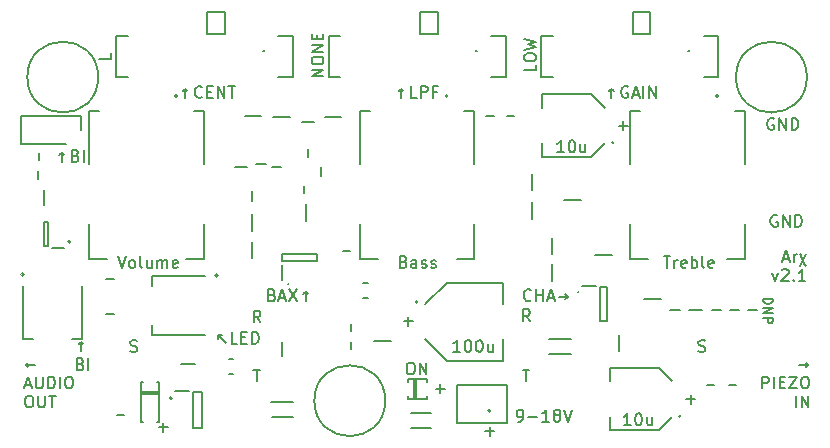
<source format=gto>
G04 #@! TF.GenerationSoftware,KiCad,Pcbnew,7.0.9*
G04 #@! TF.CreationDate,2023-12-08T15:58:03+01:00*
G04 #@! TF.ProjectId,2023_PiezoPreamp,32303233-5f50-4696-957a-6f507265616d,rev?*
G04 #@! TF.SameCoordinates,PX2625a00PY1c22260*
G04 #@! TF.FileFunction,Legend,Top*
G04 #@! TF.FilePolarity,Positive*
%FSLAX46Y46*%
G04 Gerber Fmt 4.6, Leading zero omitted, Abs format (unit mm)*
G04 Created by KiCad (PCBNEW 7.0.9) date 2023-12-08 15:58:03*
%MOMM*%
%LPD*%
G01*
G04 APERTURE LIST*
%ADD10C,0.200000*%
%ADD11C,0.160000*%
%ADD12C,0.170000*%
%ADD13C,0.120000*%
%ADD14C,0.350000*%
%ADD15C,0.100000*%
%ADD16R,1.000000X0.400000*%
%ADD17C,1.800000*%
%ADD18O,3.600000X4.000000*%
%ADD19O,3.500000X4.000000*%
%ADD20R,1.150000X0.600000*%
%ADD21R,1.200000X0.600000*%
%ADD22R,0.600000X1.200000*%
%ADD23R,2.800000X1.600000*%
%ADD24R,3.200000X1.600000*%
%ADD25R,0.800000X0.800000*%
%ADD26R,0.750000X1.200000*%
%ADD27R,1.150000X1.820000*%
%ADD28R,1.820000X1.150000*%
%ADD29R,1.470000X1.000000*%
%ADD30R,2.400000X1.800000*%
%ADD31R,2.400000X2.400000*%
%ADD32R,1.800000X2.400000*%
%ADD33C,5.500000*%
%ADD34R,1.150000X1.800000*%
%ADD35R,0.750000X0.940000*%
%ADD36R,0.940000X0.750000*%
%ADD37R,1.075000X0.500000*%
%ADD38C,1.000000*%
%ADD39R,1.070000X1.820000*%
%ADD40R,0.950000X0.800000*%
%ADD41R,0.800000X0.950000*%
%ADD42R,1.470000X0.970000*%
%ADD43C,1.400000*%
%ADD44R,0.970000X1.470000*%
%ADD45C,3.200000*%
%ADD46R,1.150000X1.150000*%
%ADD47R,1.820000X1.070000*%
%ADD48R,1.650000X1.650000*%
%ADD49C,1.650000*%
%ADD50R,0.900000X0.650000*%
%ADD51R,1.800000X1.150000*%
%ADD52R,0.650000X0.900000*%
%ADD53R,0.863600X0.965200*%
%ADD54O,2.800000X4.800000*%
%ADD55O,3.204000X2.004000*%
G04 APERTURE END LIST*
D10*
X7000000Y-4500000D02*
G75*
G03*
X7000000Y-4500000I-3000000J0D01*
G01*
X31300000Y-31900000D02*
G75*
G03*
X31300000Y-31900000I-3000000J0D01*
G01*
X67000000Y-4500000D02*
G75*
G03*
X67000000Y-4500000I-3000000J0D01*
G01*
X32650625Y-6267219D02*
X32650625Y-5505314D01*
X32460149Y-5695790D02*
X32650625Y-5505314D01*
X32650625Y-5505314D02*
X32841101Y-5695790D01*
X33983958Y-6267219D02*
X33507768Y-6267219D01*
X33507768Y-6267219D02*
X33507768Y-5267219D01*
X34317292Y-6267219D02*
X34317292Y-5267219D01*
X34317292Y-5267219D02*
X34698244Y-5267219D01*
X34698244Y-5267219D02*
X34793482Y-5314838D01*
X34793482Y-5314838D02*
X34841101Y-5362457D01*
X34841101Y-5362457D02*
X34888720Y-5457695D01*
X34888720Y-5457695D02*
X34888720Y-5600552D01*
X34888720Y-5600552D02*
X34841101Y-5695790D01*
X34841101Y-5695790D02*
X34793482Y-5743409D01*
X34793482Y-5743409D02*
X34698244Y-5791028D01*
X34698244Y-5791028D02*
X34317292Y-5791028D01*
X35650625Y-5743409D02*
X35317292Y-5743409D01*
X35317292Y-6267219D02*
X35317292Y-5267219D01*
X35317292Y-5267219D02*
X35793482Y-5267219D01*
X43541101Y-25167219D02*
X43207768Y-24691028D01*
X42969673Y-25167219D02*
X42969673Y-24167219D01*
X42969673Y-24167219D02*
X43350625Y-24167219D01*
X43350625Y-24167219D02*
X43445863Y-24214838D01*
X43445863Y-24214838D02*
X43493482Y-24262457D01*
X43493482Y-24262457D02*
X43541101Y-24357695D01*
X43541101Y-24357695D02*
X43541101Y-24500552D01*
X43541101Y-24500552D02*
X43493482Y-24595790D01*
X43493482Y-24595790D02*
X43445863Y-24643409D01*
X43445863Y-24643409D02*
X43350625Y-24691028D01*
X43350625Y-24691028D02*
X42969673Y-24691028D01*
X3900625Y-11667219D02*
X3900625Y-10905314D01*
X3710149Y-11095790D02*
X3900625Y-10905314D01*
X3900625Y-10905314D02*
X4091101Y-11095790D01*
X5091101Y-11143409D02*
X5233958Y-11191028D01*
X5233958Y-11191028D02*
X5281577Y-11238647D01*
X5281577Y-11238647D02*
X5329196Y-11333885D01*
X5329196Y-11333885D02*
X5329196Y-11476742D01*
X5329196Y-11476742D02*
X5281577Y-11571980D01*
X5281577Y-11571980D02*
X5233958Y-11619600D01*
X5233958Y-11619600D02*
X5138720Y-11667219D01*
X5138720Y-11667219D02*
X4757768Y-11667219D01*
X4757768Y-11667219D02*
X4757768Y-10667219D01*
X4757768Y-10667219D02*
X5091101Y-10667219D01*
X5091101Y-10667219D02*
X5186339Y-10714838D01*
X5186339Y-10714838D02*
X5233958Y-10762457D01*
X5233958Y-10762457D02*
X5281577Y-10857695D01*
X5281577Y-10857695D02*
X5281577Y-10952933D01*
X5281577Y-10952933D02*
X5233958Y-11048171D01*
X5233958Y-11048171D02*
X5186339Y-11095790D01*
X5186339Y-11095790D02*
X5091101Y-11143409D01*
X5091101Y-11143409D02*
X4757768Y-11143409D01*
X5757768Y-11667219D02*
X5757768Y-10667219D01*
X52093482Y-33967219D02*
X51522054Y-33967219D01*
X51807768Y-33967219D02*
X51807768Y-32967219D01*
X51807768Y-32967219D02*
X51712530Y-33110076D01*
X51712530Y-33110076D02*
X51617292Y-33205314D01*
X51617292Y-33205314D02*
X51522054Y-33252933D01*
X52712530Y-32967219D02*
X52807768Y-32967219D01*
X52807768Y-32967219D02*
X52903006Y-33014838D01*
X52903006Y-33014838D02*
X52950625Y-33062457D01*
X52950625Y-33062457D02*
X52998244Y-33157695D01*
X52998244Y-33157695D02*
X53045863Y-33348171D01*
X53045863Y-33348171D02*
X53045863Y-33586266D01*
X53045863Y-33586266D02*
X52998244Y-33776742D01*
X52998244Y-33776742D02*
X52950625Y-33871980D01*
X52950625Y-33871980D02*
X52903006Y-33919600D01*
X52903006Y-33919600D02*
X52807768Y-33967219D01*
X52807768Y-33967219D02*
X52712530Y-33967219D01*
X52712530Y-33967219D02*
X52617292Y-33919600D01*
X52617292Y-33919600D02*
X52569673Y-33871980D01*
X52569673Y-33871980D02*
X52522054Y-33776742D01*
X52522054Y-33776742D02*
X52474435Y-33586266D01*
X52474435Y-33586266D02*
X52474435Y-33348171D01*
X52474435Y-33348171D02*
X52522054Y-33157695D01*
X52522054Y-33157695D02*
X52569673Y-33062457D01*
X52569673Y-33062457D02*
X52617292Y-33014838D01*
X52617292Y-33014838D02*
X52712530Y-32967219D01*
X53903006Y-33300552D02*
X53903006Y-33967219D01*
X53474435Y-33300552D02*
X53474435Y-33824361D01*
X53474435Y-33824361D02*
X53522054Y-33919600D01*
X53522054Y-33919600D02*
X53617292Y-33967219D01*
X53617292Y-33967219D02*
X53760149Y-33967219D01*
X53760149Y-33967219D02*
X53855387Y-33919600D01*
X53855387Y-33919600D02*
X53903006Y-33871980D01*
X42926816Y-29267219D02*
X43498244Y-29267219D01*
X43212530Y-30267219D02*
X43212530Y-29267219D01*
X9722054Y-27719600D02*
X9864911Y-27767219D01*
X9864911Y-27767219D02*
X10103006Y-27767219D01*
X10103006Y-27767219D02*
X10198244Y-27719600D01*
X10198244Y-27719600D02*
X10245863Y-27671980D01*
X10245863Y-27671980D02*
X10293482Y-27576742D01*
X10293482Y-27576742D02*
X10293482Y-27481504D01*
X10293482Y-27481504D02*
X10245863Y-27386266D01*
X10245863Y-27386266D02*
X10198244Y-27338647D01*
X10198244Y-27338647D02*
X10103006Y-27291028D01*
X10103006Y-27291028D02*
X9912530Y-27243409D01*
X9912530Y-27243409D02*
X9817292Y-27195790D01*
X9817292Y-27195790D02*
X9769673Y-27148171D01*
X9769673Y-27148171D02*
X9722054Y-27052933D01*
X9722054Y-27052933D02*
X9722054Y-26957695D01*
X9722054Y-26957695D02*
X9769673Y-26862457D01*
X9769673Y-26862457D02*
X9817292Y-26814838D01*
X9817292Y-26814838D02*
X9912530Y-26767219D01*
X9912530Y-26767219D02*
X10150625Y-26767219D01*
X10150625Y-26767219D02*
X10293482Y-26814838D01*
X33360149Y-28667219D02*
X33550625Y-28667219D01*
X33550625Y-28667219D02*
X33645863Y-28714838D01*
X33645863Y-28714838D02*
X33741101Y-28810076D01*
X33741101Y-28810076D02*
X33788720Y-29000552D01*
X33788720Y-29000552D02*
X33788720Y-29333885D01*
X33788720Y-29333885D02*
X33741101Y-29524361D01*
X33741101Y-29524361D02*
X33645863Y-29619600D01*
X33645863Y-29619600D02*
X33550625Y-29667219D01*
X33550625Y-29667219D02*
X33360149Y-29667219D01*
X33360149Y-29667219D02*
X33264911Y-29619600D01*
X33264911Y-29619600D02*
X33169673Y-29524361D01*
X33169673Y-29524361D02*
X33122054Y-29333885D01*
X33122054Y-29333885D02*
X33122054Y-29000552D01*
X33122054Y-29000552D02*
X33169673Y-28810076D01*
X33169673Y-28810076D02*
X33264911Y-28714838D01*
X33264911Y-28714838D02*
X33360149Y-28667219D01*
X34217292Y-29667219D02*
X34217292Y-28667219D01*
X34217292Y-28667219D02*
X34788720Y-29667219D01*
X34788720Y-29667219D02*
X34788720Y-28667219D01*
X32853006Y-20143409D02*
X32995863Y-20191028D01*
X32995863Y-20191028D02*
X33043482Y-20238647D01*
X33043482Y-20238647D02*
X33091101Y-20333885D01*
X33091101Y-20333885D02*
X33091101Y-20476742D01*
X33091101Y-20476742D02*
X33043482Y-20571980D01*
X33043482Y-20571980D02*
X32995863Y-20619600D01*
X32995863Y-20619600D02*
X32900625Y-20667219D01*
X32900625Y-20667219D02*
X32519673Y-20667219D01*
X32519673Y-20667219D02*
X32519673Y-19667219D01*
X32519673Y-19667219D02*
X32853006Y-19667219D01*
X32853006Y-19667219D02*
X32948244Y-19714838D01*
X32948244Y-19714838D02*
X32995863Y-19762457D01*
X32995863Y-19762457D02*
X33043482Y-19857695D01*
X33043482Y-19857695D02*
X33043482Y-19952933D01*
X33043482Y-19952933D02*
X32995863Y-20048171D01*
X32995863Y-20048171D02*
X32948244Y-20095790D01*
X32948244Y-20095790D02*
X32853006Y-20143409D01*
X32853006Y-20143409D02*
X32519673Y-20143409D01*
X33948244Y-20667219D02*
X33948244Y-20143409D01*
X33948244Y-20143409D02*
X33900625Y-20048171D01*
X33900625Y-20048171D02*
X33805387Y-20000552D01*
X33805387Y-20000552D02*
X33614911Y-20000552D01*
X33614911Y-20000552D02*
X33519673Y-20048171D01*
X33948244Y-20619600D02*
X33853006Y-20667219D01*
X33853006Y-20667219D02*
X33614911Y-20667219D01*
X33614911Y-20667219D02*
X33519673Y-20619600D01*
X33519673Y-20619600D02*
X33472054Y-20524361D01*
X33472054Y-20524361D02*
X33472054Y-20429123D01*
X33472054Y-20429123D02*
X33519673Y-20333885D01*
X33519673Y-20333885D02*
X33614911Y-20286266D01*
X33614911Y-20286266D02*
X33853006Y-20286266D01*
X33853006Y-20286266D02*
X33948244Y-20238647D01*
X34376816Y-20619600D02*
X34472054Y-20667219D01*
X34472054Y-20667219D02*
X34662530Y-20667219D01*
X34662530Y-20667219D02*
X34757768Y-20619600D01*
X34757768Y-20619600D02*
X34805387Y-20524361D01*
X34805387Y-20524361D02*
X34805387Y-20476742D01*
X34805387Y-20476742D02*
X34757768Y-20381504D01*
X34757768Y-20381504D02*
X34662530Y-20333885D01*
X34662530Y-20333885D02*
X34519673Y-20333885D01*
X34519673Y-20333885D02*
X34424435Y-20286266D01*
X34424435Y-20286266D02*
X34376816Y-20191028D01*
X34376816Y-20191028D02*
X34376816Y-20143409D01*
X34376816Y-20143409D02*
X34424435Y-20048171D01*
X34424435Y-20048171D02*
X34519673Y-20000552D01*
X34519673Y-20000552D02*
X34662530Y-20000552D01*
X34662530Y-20000552D02*
X34757768Y-20048171D01*
X35186340Y-20619600D02*
X35281578Y-20667219D01*
X35281578Y-20667219D02*
X35472054Y-20667219D01*
X35472054Y-20667219D02*
X35567292Y-20619600D01*
X35567292Y-20619600D02*
X35614911Y-20524361D01*
X35614911Y-20524361D02*
X35614911Y-20476742D01*
X35614911Y-20476742D02*
X35567292Y-20381504D01*
X35567292Y-20381504D02*
X35472054Y-20333885D01*
X35472054Y-20333885D02*
X35329197Y-20333885D01*
X35329197Y-20333885D02*
X35233959Y-20286266D01*
X35233959Y-20286266D02*
X35186340Y-20191028D01*
X35186340Y-20191028D02*
X35186340Y-20143409D01*
X35186340Y-20143409D02*
X35233959Y-20048171D01*
X35233959Y-20048171D02*
X35329197Y-20000552D01*
X35329197Y-20000552D02*
X35472054Y-20000552D01*
X35472054Y-20000552D02*
X35567292Y-20048171D01*
X20741101Y-25267219D02*
X20407768Y-24791028D01*
X20169673Y-25267219D02*
X20169673Y-24267219D01*
X20169673Y-24267219D02*
X20550625Y-24267219D01*
X20550625Y-24267219D02*
X20645863Y-24314838D01*
X20645863Y-24314838D02*
X20693482Y-24362457D01*
X20693482Y-24362457D02*
X20741101Y-24457695D01*
X20741101Y-24457695D02*
X20741101Y-24600552D01*
X20741101Y-24600552D02*
X20693482Y-24695790D01*
X20693482Y-24695790D02*
X20645863Y-24743409D01*
X20645863Y-24743409D02*
X20550625Y-24791028D01*
X20550625Y-24791028D02*
X20169673Y-24791028D01*
X64973183Y-19871504D02*
X65449373Y-19871504D01*
X64877945Y-20157219D02*
X65211278Y-19157219D01*
X65211278Y-19157219D02*
X65544611Y-20157219D01*
X65877945Y-20157219D02*
X65877945Y-19490552D01*
X65877945Y-19681028D02*
X65925564Y-19585790D01*
X65925564Y-19585790D02*
X65973183Y-19538171D01*
X65973183Y-19538171D02*
X66068421Y-19490552D01*
X66068421Y-19490552D02*
X66163659Y-19490552D01*
X66925564Y-19490552D02*
X66401755Y-20490552D01*
X66401755Y-19490552D02*
X66496993Y-19538171D01*
X66496993Y-19538171D02*
X66544612Y-19633409D01*
X66544612Y-19633409D02*
X66782707Y-20347695D01*
X66782707Y-20347695D02*
X66830326Y-20442933D01*
X66830326Y-20442933D02*
X66925564Y-20490552D01*
X64068422Y-21100552D02*
X64306517Y-21767219D01*
X64306517Y-21767219D02*
X64544612Y-21100552D01*
X64877946Y-20862457D02*
X64925565Y-20814838D01*
X64925565Y-20814838D02*
X65020803Y-20767219D01*
X65020803Y-20767219D02*
X65258898Y-20767219D01*
X65258898Y-20767219D02*
X65354136Y-20814838D01*
X65354136Y-20814838D02*
X65401755Y-20862457D01*
X65401755Y-20862457D02*
X65449374Y-20957695D01*
X65449374Y-20957695D02*
X65449374Y-21052933D01*
X65449374Y-21052933D02*
X65401755Y-21195790D01*
X65401755Y-21195790D02*
X64830327Y-21767219D01*
X64830327Y-21767219D02*
X65449374Y-21767219D01*
X65877946Y-21671980D02*
X65925565Y-21719600D01*
X65925565Y-21719600D02*
X65877946Y-21767219D01*
X65877946Y-21767219D02*
X65830327Y-21719600D01*
X65830327Y-21719600D02*
X65877946Y-21671980D01*
X65877946Y-21671980D02*
X65877946Y-21767219D01*
X66877945Y-21767219D02*
X66306517Y-21767219D01*
X66592231Y-21767219D02*
X66592231Y-20767219D01*
X66592231Y-20767219D02*
X66496993Y-20910076D01*
X66496993Y-20910076D02*
X66401755Y-21005314D01*
X66401755Y-21005314D02*
X66306517Y-21052933D01*
X57822054Y-27719600D02*
X57964911Y-27767219D01*
X57964911Y-27767219D02*
X58203006Y-27767219D01*
X58203006Y-27767219D02*
X58298244Y-27719600D01*
X58298244Y-27719600D02*
X58345863Y-27671980D01*
X58345863Y-27671980D02*
X58393482Y-27576742D01*
X58393482Y-27576742D02*
X58393482Y-27481504D01*
X58393482Y-27481504D02*
X58345863Y-27386266D01*
X58345863Y-27386266D02*
X58298244Y-27338647D01*
X58298244Y-27338647D02*
X58203006Y-27291028D01*
X58203006Y-27291028D02*
X58012530Y-27243409D01*
X58012530Y-27243409D02*
X57917292Y-27195790D01*
X57917292Y-27195790D02*
X57869673Y-27148171D01*
X57869673Y-27148171D02*
X57822054Y-27052933D01*
X57822054Y-27052933D02*
X57822054Y-26957695D01*
X57822054Y-26957695D02*
X57869673Y-26862457D01*
X57869673Y-26862457D02*
X57917292Y-26814838D01*
X57917292Y-26814838D02*
X58012530Y-26767219D01*
X58012530Y-26767219D02*
X58250625Y-26767219D01*
X58250625Y-26767219D02*
X58393482Y-26814838D01*
X44067219Y-3454136D02*
X44067219Y-3930326D01*
X44067219Y-3930326D02*
X43067219Y-3930326D01*
X43067219Y-2930326D02*
X43067219Y-2739850D01*
X43067219Y-2739850D02*
X43114838Y-2644612D01*
X43114838Y-2644612D02*
X43210076Y-2549374D01*
X43210076Y-2549374D02*
X43400552Y-2501755D01*
X43400552Y-2501755D02*
X43733885Y-2501755D01*
X43733885Y-2501755D02*
X43924361Y-2549374D01*
X43924361Y-2549374D02*
X44019600Y-2644612D01*
X44019600Y-2644612D02*
X44067219Y-2739850D01*
X44067219Y-2739850D02*
X44067219Y-2930326D01*
X44067219Y-2930326D02*
X44019600Y-3025564D01*
X44019600Y-3025564D02*
X43924361Y-3120802D01*
X43924361Y-3120802D02*
X43733885Y-3168421D01*
X43733885Y-3168421D02*
X43400552Y-3168421D01*
X43400552Y-3168421D02*
X43210076Y-3120802D01*
X43210076Y-3120802D02*
X43114838Y-3025564D01*
X43114838Y-3025564D02*
X43067219Y-2930326D01*
X43067219Y-2168421D02*
X44067219Y-1930326D01*
X44067219Y-1930326D02*
X43352933Y-1739850D01*
X43352933Y-1739850D02*
X44067219Y-1549374D01*
X44067219Y-1549374D02*
X43067219Y-1311279D01*
X26067219Y-4430326D02*
X25067219Y-4430326D01*
X25067219Y-4430326D02*
X26067219Y-3858898D01*
X26067219Y-3858898D02*
X25067219Y-3858898D01*
X25067219Y-3192231D02*
X25067219Y-3001755D01*
X25067219Y-3001755D02*
X25114838Y-2906517D01*
X25114838Y-2906517D02*
X25210076Y-2811279D01*
X25210076Y-2811279D02*
X25400552Y-2763660D01*
X25400552Y-2763660D02*
X25733885Y-2763660D01*
X25733885Y-2763660D02*
X25924361Y-2811279D01*
X25924361Y-2811279D02*
X26019600Y-2906517D01*
X26019600Y-2906517D02*
X26067219Y-3001755D01*
X26067219Y-3001755D02*
X26067219Y-3192231D01*
X26067219Y-3192231D02*
X26019600Y-3287469D01*
X26019600Y-3287469D02*
X25924361Y-3382707D01*
X25924361Y-3382707D02*
X25733885Y-3430326D01*
X25733885Y-3430326D02*
X25400552Y-3430326D01*
X25400552Y-3430326D02*
X25210076Y-3382707D01*
X25210076Y-3382707D02*
X25114838Y-3287469D01*
X25114838Y-3287469D02*
X25067219Y-3192231D01*
X26067219Y-2335088D02*
X25067219Y-2335088D01*
X25067219Y-2335088D02*
X26067219Y-1763660D01*
X26067219Y-1763660D02*
X25067219Y-1763660D01*
X25543409Y-1287469D02*
X25543409Y-954136D01*
X26067219Y-811279D02*
X26067219Y-1287469D01*
X26067219Y-1287469D02*
X25067219Y-1287469D01*
X25067219Y-1287469D02*
X25067219Y-811279D01*
X5550625Y-27707219D02*
X5550625Y-26945314D01*
X5360149Y-27135790D02*
X5550625Y-26945314D01*
X5550625Y-26945314D02*
X5741101Y-27135790D01*
X5503006Y-28793409D02*
X5645863Y-28841028D01*
X5645863Y-28841028D02*
X5693482Y-28888647D01*
X5693482Y-28888647D02*
X5741101Y-28983885D01*
X5741101Y-28983885D02*
X5741101Y-29126742D01*
X5741101Y-29126742D02*
X5693482Y-29221980D01*
X5693482Y-29221980D02*
X5645863Y-29269600D01*
X5645863Y-29269600D02*
X5550625Y-29317219D01*
X5550625Y-29317219D02*
X5169673Y-29317219D01*
X5169673Y-29317219D02*
X5169673Y-28317219D01*
X5169673Y-28317219D02*
X5503006Y-28317219D01*
X5503006Y-28317219D02*
X5598244Y-28364838D01*
X5598244Y-28364838D02*
X5645863Y-28412457D01*
X5645863Y-28412457D02*
X5693482Y-28507695D01*
X5693482Y-28507695D02*
X5693482Y-28602933D01*
X5693482Y-28602933D02*
X5645863Y-28698171D01*
X5645863Y-28698171D02*
X5598244Y-28745790D01*
X5598244Y-28745790D02*
X5503006Y-28793409D01*
X5503006Y-28793409D02*
X5169673Y-28793409D01*
X6169673Y-29317219D02*
X6169673Y-28317219D01*
X64493482Y-16214838D02*
X64398244Y-16167219D01*
X64398244Y-16167219D02*
X64255387Y-16167219D01*
X64255387Y-16167219D02*
X64112530Y-16214838D01*
X64112530Y-16214838D02*
X64017292Y-16310076D01*
X64017292Y-16310076D02*
X63969673Y-16405314D01*
X63969673Y-16405314D02*
X63922054Y-16595790D01*
X63922054Y-16595790D02*
X63922054Y-16738647D01*
X63922054Y-16738647D02*
X63969673Y-16929123D01*
X63969673Y-16929123D02*
X64017292Y-17024361D01*
X64017292Y-17024361D02*
X64112530Y-17119600D01*
X64112530Y-17119600D02*
X64255387Y-17167219D01*
X64255387Y-17167219D02*
X64350625Y-17167219D01*
X64350625Y-17167219D02*
X64493482Y-17119600D01*
X64493482Y-17119600D02*
X64541101Y-17071980D01*
X64541101Y-17071980D02*
X64541101Y-16738647D01*
X64541101Y-16738647D02*
X64350625Y-16738647D01*
X64969673Y-17167219D02*
X64969673Y-16167219D01*
X64969673Y-16167219D02*
X65541101Y-17167219D01*
X65541101Y-17167219D02*
X65541101Y-16167219D01*
X66017292Y-17167219D02*
X66017292Y-16167219D01*
X66017292Y-16167219D02*
X66255387Y-16167219D01*
X66255387Y-16167219D02*
X66398244Y-16214838D01*
X66398244Y-16214838D02*
X66493482Y-16310076D01*
X66493482Y-16310076D02*
X66541101Y-16405314D01*
X66541101Y-16405314D02*
X66588720Y-16595790D01*
X66588720Y-16595790D02*
X66588720Y-16738647D01*
X66588720Y-16738647D02*
X66541101Y-16929123D01*
X66541101Y-16929123D02*
X66493482Y-17024361D01*
X66493482Y-17024361D02*
X66398244Y-17119600D01*
X66398244Y-17119600D02*
X66255387Y-17167219D01*
X66255387Y-17167219D02*
X66017292Y-17167219D01*
X8676816Y-19667219D02*
X9010149Y-20667219D01*
X9010149Y-20667219D02*
X9343482Y-19667219D01*
X9819673Y-20667219D02*
X9724435Y-20619600D01*
X9724435Y-20619600D02*
X9676816Y-20571980D01*
X9676816Y-20571980D02*
X9629197Y-20476742D01*
X9629197Y-20476742D02*
X9629197Y-20191028D01*
X9629197Y-20191028D02*
X9676816Y-20095790D01*
X9676816Y-20095790D02*
X9724435Y-20048171D01*
X9724435Y-20048171D02*
X9819673Y-20000552D01*
X9819673Y-20000552D02*
X9962530Y-20000552D01*
X9962530Y-20000552D02*
X10057768Y-20048171D01*
X10057768Y-20048171D02*
X10105387Y-20095790D01*
X10105387Y-20095790D02*
X10153006Y-20191028D01*
X10153006Y-20191028D02*
X10153006Y-20476742D01*
X10153006Y-20476742D02*
X10105387Y-20571980D01*
X10105387Y-20571980D02*
X10057768Y-20619600D01*
X10057768Y-20619600D02*
X9962530Y-20667219D01*
X9962530Y-20667219D02*
X9819673Y-20667219D01*
X10724435Y-20667219D02*
X10629197Y-20619600D01*
X10629197Y-20619600D02*
X10581578Y-20524361D01*
X10581578Y-20524361D02*
X10581578Y-19667219D01*
X11533959Y-20000552D02*
X11533959Y-20667219D01*
X11105388Y-20000552D02*
X11105388Y-20524361D01*
X11105388Y-20524361D02*
X11153007Y-20619600D01*
X11153007Y-20619600D02*
X11248245Y-20667219D01*
X11248245Y-20667219D02*
X11391102Y-20667219D01*
X11391102Y-20667219D02*
X11486340Y-20619600D01*
X11486340Y-20619600D02*
X11533959Y-20571980D01*
X12010150Y-20667219D02*
X12010150Y-20000552D01*
X12010150Y-20095790D02*
X12057769Y-20048171D01*
X12057769Y-20048171D02*
X12153007Y-20000552D01*
X12153007Y-20000552D02*
X12295864Y-20000552D01*
X12295864Y-20000552D02*
X12391102Y-20048171D01*
X12391102Y-20048171D02*
X12438721Y-20143409D01*
X12438721Y-20143409D02*
X12438721Y-20667219D01*
X12438721Y-20143409D02*
X12486340Y-20048171D01*
X12486340Y-20048171D02*
X12581578Y-20000552D01*
X12581578Y-20000552D02*
X12724435Y-20000552D01*
X12724435Y-20000552D02*
X12819674Y-20048171D01*
X12819674Y-20048171D02*
X12867293Y-20143409D01*
X12867293Y-20143409D02*
X12867293Y-20667219D01*
X13724435Y-20619600D02*
X13629197Y-20667219D01*
X13629197Y-20667219D02*
X13438721Y-20667219D01*
X13438721Y-20667219D02*
X13343483Y-20619600D01*
X13343483Y-20619600D02*
X13295864Y-20524361D01*
X13295864Y-20524361D02*
X13295864Y-20143409D01*
X13295864Y-20143409D02*
X13343483Y-20048171D01*
X13343483Y-20048171D02*
X13438721Y-20000552D01*
X13438721Y-20000552D02*
X13629197Y-20000552D01*
X13629197Y-20000552D02*
X13724435Y-20048171D01*
X13724435Y-20048171D02*
X13772054Y-20143409D01*
X13772054Y-20143409D02*
X13772054Y-20238647D01*
X13772054Y-20238647D02*
X13295864Y-20333885D01*
X50450625Y-6267219D02*
X50450625Y-5505314D01*
X50260149Y-5695790D02*
X50450625Y-5505314D01*
X50450625Y-5505314D02*
X50641101Y-5695790D01*
X51831577Y-5314838D02*
X51736339Y-5267219D01*
X51736339Y-5267219D02*
X51593482Y-5267219D01*
X51593482Y-5267219D02*
X51450625Y-5314838D01*
X51450625Y-5314838D02*
X51355387Y-5410076D01*
X51355387Y-5410076D02*
X51307768Y-5505314D01*
X51307768Y-5505314D02*
X51260149Y-5695790D01*
X51260149Y-5695790D02*
X51260149Y-5838647D01*
X51260149Y-5838647D02*
X51307768Y-6029123D01*
X51307768Y-6029123D02*
X51355387Y-6124361D01*
X51355387Y-6124361D02*
X51450625Y-6219600D01*
X51450625Y-6219600D02*
X51593482Y-6267219D01*
X51593482Y-6267219D02*
X51688720Y-6267219D01*
X51688720Y-6267219D02*
X51831577Y-6219600D01*
X51831577Y-6219600D02*
X51879196Y-6171980D01*
X51879196Y-6171980D02*
X51879196Y-5838647D01*
X51879196Y-5838647D02*
X51688720Y-5838647D01*
X52260149Y-5981504D02*
X52736339Y-5981504D01*
X52164911Y-6267219D02*
X52498244Y-5267219D01*
X52498244Y-5267219D02*
X52831577Y-6267219D01*
X53164911Y-6267219D02*
X53164911Y-5267219D01*
X53641101Y-6267219D02*
X53641101Y-5267219D01*
X53641101Y-5267219D02*
X54212529Y-6267219D01*
X54212529Y-6267219D02*
X54212529Y-5267219D01*
X17117292Y-26352933D02*
X17783958Y-27019600D01*
X17450625Y-26352933D02*
X17117292Y-26352933D01*
X17117292Y-26352933D02*
X17117292Y-26686266D01*
X18783958Y-27067219D02*
X18307768Y-27067219D01*
X18307768Y-27067219D02*
X18307768Y-26067219D01*
X19117292Y-26543409D02*
X19450625Y-26543409D01*
X19593482Y-27067219D02*
X19117292Y-27067219D01*
X19117292Y-27067219D02*
X19117292Y-26067219D01*
X19117292Y-26067219D02*
X19593482Y-26067219D01*
X20022054Y-27067219D02*
X20022054Y-26067219D01*
X20022054Y-26067219D02*
X20260149Y-26067219D01*
X20260149Y-26067219D02*
X20403006Y-26114838D01*
X20403006Y-26114838D02*
X20498244Y-26210076D01*
X20498244Y-26210076D02*
X20545863Y-26305314D01*
X20545863Y-26305314D02*
X20593482Y-26495790D01*
X20593482Y-26495790D02*
X20593482Y-26638647D01*
X20593482Y-26638647D02*
X20545863Y-26829123D01*
X20545863Y-26829123D02*
X20498244Y-26924361D01*
X20498244Y-26924361D02*
X20403006Y-27019600D01*
X20403006Y-27019600D02*
X20260149Y-27067219D01*
X20260149Y-27067219D02*
X20022054Y-27067219D01*
X39769673Y-34486266D02*
X40531578Y-34486266D01*
X40150625Y-34867219D02*
X40150625Y-34105314D01*
X42517292Y-33667219D02*
X42707768Y-33667219D01*
X42707768Y-33667219D02*
X42803006Y-33619600D01*
X42803006Y-33619600D02*
X42850625Y-33571980D01*
X42850625Y-33571980D02*
X42945863Y-33429123D01*
X42945863Y-33429123D02*
X42993482Y-33238647D01*
X42993482Y-33238647D02*
X42993482Y-32857695D01*
X42993482Y-32857695D02*
X42945863Y-32762457D01*
X42945863Y-32762457D02*
X42898244Y-32714838D01*
X42898244Y-32714838D02*
X42803006Y-32667219D01*
X42803006Y-32667219D02*
X42612530Y-32667219D01*
X42612530Y-32667219D02*
X42517292Y-32714838D01*
X42517292Y-32714838D02*
X42469673Y-32762457D01*
X42469673Y-32762457D02*
X42422054Y-32857695D01*
X42422054Y-32857695D02*
X42422054Y-33095790D01*
X42422054Y-33095790D02*
X42469673Y-33191028D01*
X42469673Y-33191028D02*
X42517292Y-33238647D01*
X42517292Y-33238647D02*
X42612530Y-33286266D01*
X42612530Y-33286266D02*
X42803006Y-33286266D01*
X42803006Y-33286266D02*
X42898244Y-33238647D01*
X42898244Y-33238647D02*
X42945863Y-33191028D01*
X42945863Y-33191028D02*
X42993482Y-33095790D01*
X43422054Y-33286266D02*
X44183959Y-33286266D01*
X45183958Y-33667219D02*
X44612530Y-33667219D01*
X44898244Y-33667219D02*
X44898244Y-32667219D01*
X44898244Y-32667219D02*
X44803006Y-32810076D01*
X44803006Y-32810076D02*
X44707768Y-32905314D01*
X44707768Y-32905314D02*
X44612530Y-32952933D01*
X45755387Y-33095790D02*
X45660149Y-33048171D01*
X45660149Y-33048171D02*
X45612530Y-33000552D01*
X45612530Y-33000552D02*
X45564911Y-32905314D01*
X45564911Y-32905314D02*
X45564911Y-32857695D01*
X45564911Y-32857695D02*
X45612530Y-32762457D01*
X45612530Y-32762457D02*
X45660149Y-32714838D01*
X45660149Y-32714838D02*
X45755387Y-32667219D01*
X45755387Y-32667219D02*
X45945863Y-32667219D01*
X45945863Y-32667219D02*
X46041101Y-32714838D01*
X46041101Y-32714838D02*
X46088720Y-32762457D01*
X46088720Y-32762457D02*
X46136339Y-32857695D01*
X46136339Y-32857695D02*
X46136339Y-32905314D01*
X46136339Y-32905314D02*
X46088720Y-33000552D01*
X46088720Y-33000552D02*
X46041101Y-33048171D01*
X46041101Y-33048171D02*
X45945863Y-33095790D01*
X45945863Y-33095790D02*
X45755387Y-33095790D01*
X45755387Y-33095790D02*
X45660149Y-33143409D01*
X45660149Y-33143409D02*
X45612530Y-33191028D01*
X45612530Y-33191028D02*
X45564911Y-33286266D01*
X45564911Y-33286266D02*
X45564911Y-33476742D01*
X45564911Y-33476742D02*
X45612530Y-33571980D01*
X45612530Y-33571980D02*
X45660149Y-33619600D01*
X45660149Y-33619600D02*
X45755387Y-33667219D01*
X45755387Y-33667219D02*
X45945863Y-33667219D01*
X45945863Y-33667219D02*
X46041101Y-33619600D01*
X46041101Y-33619600D02*
X46088720Y-33571980D01*
X46088720Y-33571980D02*
X46136339Y-33476742D01*
X46136339Y-33476742D02*
X46136339Y-33286266D01*
X46136339Y-33286266D02*
X46088720Y-33191028D01*
X46088720Y-33191028D02*
X46041101Y-33143409D01*
X46041101Y-33143409D02*
X45945863Y-33095790D01*
X46422054Y-32667219D02*
X46755387Y-33667219D01*
X46755387Y-33667219D02*
X47088720Y-32667219D01*
X66368422Y-28866266D02*
X67130327Y-28866266D01*
X66939850Y-29056742D02*
X67130327Y-28866266D01*
X67130327Y-28866266D02*
X66939850Y-28675790D01*
X63225565Y-30857219D02*
X63225565Y-29857219D01*
X63225565Y-29857219D02*
X63606517Y-29857219D01*
X63606517Y-29857219D02*
X63701755Y-29904838D01*
X63701755Y-29904838D02*
X63749374Y-29952457D01*
X63749374Y-29952457D02*
X63796993Y-30047695D01*
X63796993Y-30047695D02*
X63796993Y-30190552D01*
X63796993Y-30190552D02*
X63749374Y-30285790D01*
X63749374Y-30285790D02*
X63701755Y-30333409D01*
X63701755Y-30333409D02*
X63606517Y-30381028D01*
X63606517Y-30381028D02*
X63225565Y-30381028D01*
X64225565Y-30857219D02*
X64225565Y-29857219D01*
X64701755Y-30333409D02*
X65035088Y-30333409D01*
X65177945Y-30857219D02*
X64701755Y-30857219D01*
X64701755Y-30857219D02*
X64701755Y-29857219D01*
X64701755Y-29857219D02*
X65177945Y-29857219D01*
X65511279Y-29857219D02*
X66177945Y-29857219D01*
X66177945Y-29857219D02*
X65511279Y-30857219D01*
X65511279Y-30857219D02*
X66177945Y-30857219D01*
X66749374Y-29857219D02*
X66939850Y-29857219D01*
X66939850Y-29857219D02*
X67035088Y-29904838D01*
X67035088Y-29904838D02*
X67130326Y-30000076D01*
X67130326Y-30000076D02*
X67177945Y-30190552D01*
X67177945Y-30190552D02*
X67177945Y-30523885D01*
X67177945Y-30523885D02*
X67130326Y-30714361D01*
X67130326Y-30714361D02*
X67035088Y-30809600D01*
X67035088Y-30809600D02*
X66939850Y-30857219D01*
X66939850Y-30857219D02*
X66749374Y-30857219D01*
X66749374Y-30857219D02*
X66654136Y-30809600D01*
X66654136Y-30809600D02*
X66558898Y-30714361D01*
X66558898Y-30714361D02*
X66511279Y-30523885D01*
X66511279Y-30523885D02*
X66511279Y-30190552D01*
X66511279Y-30190552D02*
X66558898Y-30000076D01*
X66558898Y-30000076D02*
X66654136Y-29904838D01*
X66654136Y-29904838D02*
X66749374Y-29857219D01*
X66082708Y-32467219D02*
X66082708Y-31467219D01*
X66558898Y-32467219D02*
X66558898Y-31467219D01*
X66558898Y-31467219D02*
X67130326Y-32467219D01*
X67130326Y-32467219D02*
X67130326Y-31467219D01*
X20126816Y-29267219D02*
X20698244Y-29267219D01*
X20412530Y-30267219D02*
X20412530Y-29267219D01*
X46443482Y-10867219D02*
X45872054Y-10867219D01*
X46157768Y-10867219D02*
X46157768Y-9867219D01*
X46157768Y-9867219D02*
X46062530Y-10010076D01*
X46062530Y-10010076D02*
X45967292Y-10105314D01*
X45967292Y-10105314D02*
X45872054Y-10152933D01*
X47062530Y-9867219D02*
X47157768Y-9867219D01*
X47157768Y-9867219D02*
X47253006Y-9914838D01*
X47253006Y-9914838D02*
X47300625Y-9962457D01*
X47300625Y-9962457D02*
X47348244Y-10057695D01*
X47348244Y-10057695D02*
X47395863Y-10248171D01*
X47395863Y-10248171D02*
X47395863Y-10486266D01*
X47395863Y-10486266D02*
X47348244Y-10676742D01*
X47348244Y-10676742D02*
X47300625Y-10771980D01*
X47300625Y-10771980D02*
X47253006Y-10819600D01*
X47253006Y-10819600D02*
X47157768Y-10867219D01*
X47157768Y-10867219D02*
X47062530Y-10867219D01*
X47062530Y-10867219D02*
X46967292Y-10819600D01*
X46967292Y-10819600D02*
X46919673Y-10771980D01*
X46919673Y-10771980D02*
X46872054Y-10676742D01*
X46872054Y-10676742D02*
X46824435Y-10486266D01*
X46824435Y-10486266D02*
X46824435Y-10248171D01*
X46824435Y-10248171D02*
X46872054Y-10057695D01*
X46872054Y-10057695D02*
X46919673Y-9962457D01*
X46919673Y-9962457D02*
X46967292Y-9914838D01*
X46967292Y-9914838D02*
X47062530Y-9867219D01*
X48253006Y-10200552D02*
X48253006Y-10867219D01*
X47824435Y-10200552D02*
X47824435Y-10724361D01*
X47824435Y-10724361D02*
X47872054Y-10819600D01*
X47872054Y-10819600D02*
X47967292Y-10867219D01*
X47967292Y-10867219D02*
X48110149Y-10867219D01*
X48110149Y-10867219D02*
X48205387Y-10819600D01*
X48205387Y-10819600D02*
X48253006Y-10771980D01*
D11*
X63306224Y-23245739D02*
X64106224Y-23245739D01*
X64106224Y-23245739D02*
X64106224Y-23436215D01*
X64106224Y-23436215D02*
X64068129Y-23550501D01*
X64068129Y-23550501D02*
X63991939Y-23626691D01*
X63991939Y-23626691D02*
X63915748Y-23664786D01*
X63915748Y-23664786D02*
X63763367Y-23702882D01*
X63763367Y-23702882D02*
X63649081Y-23702882D01*
X63649081Y-23702882D02*
X63496700Y-23664786D01*
X63496700Y-23664786D02*
X63420510Y-23626691D01*
X63420510Y-23626691D02*
X63344320Y-23550501D01*
X63344320Y-23550501D02*
X63306224Y-23436215D01*
X63306224Y-23436215D02*
X63306224Y-23245739D01*
X63306224Y-24045739D02*
X64106224Y-24045739D01*
X64106224Y-24045739D02*
X63306224Y-24502882D01*
X63306224Y-24502882D02*
X64106224Y-24502882D01*
X63306224Y-24883834D02*
X64106224Y-24883834D01*
X64106224Y-24883834D02*
X64106224Y-25188596D01*
X64106224Y-25188596D02*
X64068129Y-25264786D01*
X64068129Y-25264786D02*
X64030034Y-25302881D01*
X64030034Y-25302881D02*
X63953843Y-25340977D01*
X63953843Y-25340977D02*
X63839558Y-25340977D01*
X63839558Y-25340977D02*
X63763367Y-25302881D01*
X63763367Y-25302881D02*
X63725272Y-25264786D01*
X63725272Y-25264786D02*
X63687177Y-25188596D01*
X63687177Y-25188596D02*
X63687177Y-24883834D01*
D10*
X1631578Y-28866266D02*
X869673Y-28866266D01*
X1060149Y-29056742D02*
X869673Y-28866266D01*
X869673Y-28866266D02*
X1060149Y-28675790D01*
X822054Y-30571504D02*
X1298244Y-30571504D01*
X726816Y-30857219D02*
X1060149Y-29857219D01*
X1060149Y-29857219D02*
X1393482Y-30857219D01*
X1726816Y-29857219D02*
X1726816Y-30666742D01*
X1726816Y-30666742D02*
X1774435Y-30761980D01*
X1774435Y-30761980D02*
X1822054Y-30809600D01*
X1822054Y-30809600D02*
X1917292Y-30857219D01*
X1917292Y-30857219D02*
X2107768Y-30857219D01*
X2107768Y-30857219D02*
X2203006Y-30809600D01*
X2203006Y-30809600D02*
X2250625Y-30761980D01*
X2250625Y-30761980D02*
X2298244Y-30666742D01*
X2298244Y-30666742D02*
X2298244Y-29857219D01*
X2774435Y-30857219D02*
X2774435Y-29857219D01*
X2774435Y-29857219D02*
X3012530Y-29857219D01*
X3012530Y-29857219D02*
X3155387Y-29904838D01*
X3155387Y-29904838D02*
X3250625Y-30000076D01*
X3250625Y-30000076D02*
X3298244Y-30095314D01*
X3298244Y-30095314D02*
X3345863Y-30285790D01*
X3345863Y-30285790D02*
X3345863Y-30428647D01*
X3345863Y-30428647D02*
X3298244Y-30619123D01*
X3298244Y-30619123D02*
X3250625Y-30714361D01*
X3250625Y-30714361D02*
X3155387Y-30809600D01*
X3155387Y-30809600D02*
X3012530Y-30857219D01*
X3012530Y-30857219D02*
X2774435Y-30857219D01*
X3774435Y-30857219D02*
X3774435Y-29857219D01*
X4441101Y-29857219D02*
X4631577Y-29857219D01*
X4631577Y-29857219D02*
X4726815Y-29904838D01*
X4726815Y-29904838D02*
X4822053Y-30000076D01*
X4822053Y-30000076D02*
X4869672Y-30190552D01*
X4869672Y-30190552D02*
X4869672Y-30523885D01*
X4869672Y-30523885D02*
X4822053Y-30714361D01*
X4822053Y-30714361D02*
X4726815Y-30809600D01*
X4726815Y-30809600D02*
X4631577Y-30857219D01*
X4631577Y-30857219D02*
X4441101Y-30857219D01*
X4441101Y-30857219D02*
X4345863Y-30809600D01*
X4345863Y-30809600D02*
X4250625Y-30714361D01*
X4250625Y-30714361D02*
X4203006Y-30523885D01*
X4203006Y-30523885D02*
X4203006Y-30190552D01*
X4203006Y-30190552D02*
X4250625Y-30000076D01*
X4250625Y-30000076D02*
X4345863Y-29904838D01*
X4345863Y-29904838D02*
X4441101Y-29857219D01*
X1060149Y-31467219D02*
X1250625Y-31467219D01*
X1250625Y-31467219D02*
X1345863Y-31514838D01*
X1345863Y-31514838D02*
X1441101Y-31610076D01*
X1441101Y-31610076D02*
X1488720Y-31800552D01*
X1488720Y-31800552D02*
X1488720Y-32133885D01*
X1488720Y-32133885D02*
X1441101Y-32324361D01*
X1441101Y-32324361D02*
X1345863Y-32419600D01*
X1345863Y-32419600D02*
X1250625Y-32467219D01*
X1250625Y-32467219D02*
X1060149Y-32467219D01*
X1060149Y-32467219D02*
X964911Y-32419600D01*
X964911Y-32419600D02*
X869673Y-32324361D01*
X869673Y-32324361D02*
X822054Y-32133885D01*
X822054Y-32133885D02*
X822054Y-31800552D01*
X822054Y-31800552D02*
X869673Y-31610076D01*
X869673Y-31610076D02*
X964911Y-31514838D01*
X964911Y-31514838D02*
X1060149Y-31467219D01*
X1917292Y-31467219D02*
X1917292Y-32276742D01*
X1917292Y-32276742D02*
X1964911Y-32371980D01*
X1964911Y-32371980D02*
X2012530Y-32419600D01*
X2012530Y-32419600D02*
X2107768Y-32467219D01*
X2107768Y-32467219D02*
X2298244Y-32467219D01*
X2298244Y-32467219D02*
X2393482Y-32419600D01*
X2393482Y-32419600D02*
X2441101Y-32371980D01*
X2441101Y-32371980D02*
X2488720Y-32276742D01*
X2488720Y-32276742D02*
X2488720Y-31467219D01*
X2822054Y-31467219D02*
X3393482Y-31467219D01*
X3107768Y-32467219D02*
X3107768Y-31467219D01*
X21703006Y-22943409D02*
X21845863Y-22991028D01*
X21845863Y-22991028D02*
X21893482Y-23038647D01*
X21893482Y-23038647D02*
X21941101Y-23133885D01*
X21941101Y-23133885D02*
X21941101Y-23276742D01*
X21941101Y-23276742D02*
X21893482Y-23371980D01*
X21893482Y-23371980D02*
X21845863Y-23419600D01*
X21845863Y-23419600D02*
X21750625Y-23467219D01*
X21750625Y-23467219D02*
X21369673Y-23467219D01*
X21369673Y-23467219D02*
X21369673Y-22467219D01*
X21369673Y-22467219D02*
X21703006Y-22467219D01*
X21703006Y-22467219D02*
X21798244Y-22514838D01*
X21798244Y-22514838D02*
X21845863Y-22562457D01*
X21845863Y-22562457D02*
X21893482Y-22657695D01*
X21893482Y-22657695D02*
X21893482Y-22752933D01*
X21893482Y-22752933D02*
X21845863Y-22848171D01*
X21845863Y-22848171D02*
X21798244Y-22895790D01*
X21798244Y-22895790D02*
X21703006Y-22943409D01*
X21703006Y-22943409D02*
X21369673Y-22943409D01*
X22322054Y-23181504D02*
X22798244Y-23181504D01*
X22226816Y-23467219D02*
X22560149Y-22467219D01*
X22560149Y-22467219D02*
X22893482Y-23467219D01*
X23131578Y-22467219D02*
X23798244Y-23467219D01*
X23798244Y-22467219D02*
X23131578Y-23467219D01*
X24560149Y-23467219D02*
X24560149Y-22705314D01*
X24369673Y-22895790D02*
X24560149Y-22705314D01*
X24560149Y-22705314D02*
X24750625Y-22895790D01*
X64193482Y-8014838D02*
X64098244Y-7967219D01*
X64098244Y-7967219D02*
X63955387Y-7967219D01*
X63955387Y-7967219D02*
X63812530Y-8014838D01*
X63812530Y-8014838D02*
X63717292Y-8110076D01*
X63717292Y-8110076D02*
X63669673Y-8205314D01*
X63669673Y-8205314D02*
X63622054Y-8395790D01*
X63622054Y-8395790D02*
X63622054Y-8538647D01*
X63622054Y-8538647D02*
X63669673Y-8729123D01*
X63669673Y-8729123D02*
X63717292Y-8824361D01*
X63717292Y-8824361D02*
X63812530Y-8919600D01*
X63812530Y-8919600D02*
X63955387Y-8967219D01*
X63955387Y-8967219D02*
X64050625Y-8967219D01*
X64050625Y-8967219D02*
X64193482Y-8919600D01*
X64193482Y-8919600D02*
X64241101Y-8871980D01*
X64241101Y-8871980D02*
X64241101Y-8538647D01*
X64241101Y-8538647D02*
X64050625Y-8538647D01*
X64669673Y-8967219D02*
X64669673Y-7967219D01*
X64669673Y-7967219D02*
X65241101Y-8967219D01*
X65241101Y-8967219D02*
X65241101Y-7967219D01*
X65717292Y-8967219D02*
X65717292Y-7967219D01*
X65717292Y-7967219D02*
X65955387Y-7967219D01*
X65955387Y-7967219D02*
X66098244Y-8014838D01*
X66098244Y-8014838D02*
X66193482Y-8110076D01*
X66193482Y-8110076D02*
X66241101Y-8205314D01*
X66241101Y-8205314D02*
X66288720Y-8395790D01*
X66288720Y-8395790D02*
X66288720Y-8538647D01*
X66288720Y-8538647D02*
X66241101Y-8729123D01*
X66241101Y-8729123D02*
X66193482Y-8824361D01*
X66193482Y-8824361D02*
X66098244Y-8919600D01*
X66098244Y-8919600D02*
X65955387Y-8967219D01*
X65955387Y-8967219D02*
X65717292Y-8967219D01*
X43641101Y-23371980D02*
X43593482Y-23419600D01*
X43593482Y-23419600D02*
X43450625Y-23467219D01*
X43450625Y-23467219D02*
X43355387Y-23467219D01*
X43355387Y-23467219D02*
X43212530Y-23419600D01*
X43212530Y-23419600D02*
X43117292Y-23324361D01*
X43117292Y-23324361D02*
X43069673Y-23229123D01*
X43069673Y-23229123D02*
X43022054Y-23038647D01*
X43022054Y-23038647D02*
X43022054Y-22895790D01*
X43022054Y-22895790D02*
X43069673Y-22705314D01*
X43069673Y-22705314D02*
X43117292Y-22610076D01*
X43117292Y-22610076D02*
X43212530Y-22514838D01*
X43212530Y-22514838D02*
X43355387Y-22467219D01*
X43355387Y-22467219D02*
X43450625Y-22467219D01*
X43450625Y-22467219D02*
X43593482Y-22514838D01*
X43593482Y-22514838D02*
X43641101Y-22562457D01*
X44069673Y-23467219D02*
X44069673Y-22467219D01*
X44069673Y-22943409D02*
X44641101Y-22943409D01*
X44641101Y-23467219D02*
X44641101Y-22467219D01*
X45069673Y-23181504D02*
X45545863Y-23181504D01*
X44974435Y-23467219D02*
X45307768Y-22467219D01*
X45307768Y-22467219D02*
X45641101Y-23467219D01*
X45974435Y-23086266D02*
X46736340Y-23086266D01*
X46545863Y-23276742D02*
X46736340Y-23086266D01*
X46736340Y-23086266D02*
X46545863Y-22895790D01*
X14350625Y-6267219D02*
X14350625Y-5505314D01*
X14160149Y-5695790D02*
X14350625Y-5505314D01*
X14350625Y-5505314D02*
X14541101Y-5695790D01*
X15779196Y-6171980D02*
X15731577Y-6219600D01*
X15731577Y-6219600D02*
X15588720Y-6267219D01*
X15588720Y-6267219D02*
X15493482Y-6267219D01*
X15493482Y-6267219D02*
X15350625Y-6219600D01*
X15350625Y-6219600D02*
X15255387Y-6124361D01*
X15255387Y-6124361D02*
X15207768Y-6029123D01*
X15207768Y-6029123D02*
X15160149Y-5838647D01*
X15160149Y-5838647D02*
X15160149Y-5695790D01*
X15160149Y-5695790D02*
X15207768Y-5505314D01*
X15207768Y-5505314D02*
X15255387Y-5410076D01*
X15255387Y-5410076D02*
X15350625Y-5314838D01*
X15350625Y-5314838D02*
X15493482Y-5267219D01*
X15493482Y-5267219D02*
X15588720Y-5267219D01*
X15588720Y-5267219D02*
X15731577Y-5314838D01*
X15731577Y-5314838D02*
X15779196Y-5362457D01*
X16207768Y-5743409D02*
X16541101Y-5743409D01*
X16683958Y-6267219D02*
X16207768Y-6267219D01*
X16207768Y-6267219D02*
X16207768Y-5267219D01*
X16207768Y-5267219D02*
X16683958Y-5267219D01*
X17112530Y-6267219D02*
X17112530Y-5267219D01*
X17112530Y-5267219D02*
X17683958Y-6267219D01*
X17683958Y-6267219D02*
X17683958Y-5267219D01*
X18017292Y-5267219D02*
X18588720Y-5267219D01*
X18303006Y-6267219D02*
X18303006Y-5267219D01*
X54876816Y-19667219D02*
X55448244Y-19667219D01*
X55162530Y-20667219D02*
X55162530Y-19667219D01*
X55781578Y-20667219D02*
X55781578Y-20000552D01*
X55781578Y-20191028D02*
X55829197Y-20095790D01*
X55829197Y-20095790D02*
X55876816Y-20048171D01*
X55876816Y-20048171D02*
X55972054Y-20000552D01*
X55972054Y-20000552D02*
X56067292Y-20000552D01*
X56781578Y-20619600D02*
X56686340Y-20667219D01*
X56686340Y-20667219D02*
X56495864Y-20667219D01*
X56495864Y-20667219D02*
X56400626Y-20619600D01*
X56400626Y-20619600D02*
X56353007Y-20524361D01*
X56353007Y-20524361D02*
X56353007Y-20143409D01*
X56353007Y-20143409D02*
X56400626Y-20048171D01*
X56400626Y-20048171D02*
X56495864Y-20000552D01*
X56495864Y-20000552D02*
X56686340Y-20000552D01*
X56686340Y-20000552D02*
X56781578Y-20048171D01*
X56781578Y-20048171D02*
X56829197Y-20143409D01*
X56829197Y-20143409D02*
X56829197Y-20238647D01*
X56829197Y-20238647D02*
X56353007Y-20333885D01*
X57257769Y-20667219D02*
X57257769Y-19667219D01*
X57257769Y-20048171D02*
X57353007Y-20000552D01*
X57353007Y-20000552D02*
X57543483Y-20000552D01*
X57543483Y-20000552D02*
X57638721Y-20048171D01*
X57638721Y-20048171D02*
X57686340Y-20095790D01*
X57686340Y-20095790D02*
X57733959Y-20191028D01*
X57733959Y-20191028D02*
X57733959Y-20476742D01*
X57733959Y-20476742D02*
X57686340Y-20571980D01*
X57686340Y-20571980D02*
X57638721Y-20619600D01*
X57638721Y-20619600D02*
X57543483Y-20667219D01*
X57543483Y-20667219D02*
X57353007Y-20667219D01*
X57353007Y-20667219D02*
X57257769Y-20619600D01*
X58305388Y-20667219D02*
X58210150Y-20619600D01*
X58210150Y-20619600D02*
X58162531Y-20524361D01*
X58162531Y-20524361D02*
X58162531Y-19667219D01*
X59067293Y-20619600D02*
X58972055Y-20667219D01*
X58972055Y-20667219D02*
X58781579Y-20667219D01*
X58781579Y-20667219D02*
X58686341Y-20619600D01*
X58686341Y-20619600D02*
X58638722Y-20524361D01*
X58638722Y-20524361D02*
X58638722Y-20143409D01*
X58638722Y-20143409D02*
X58686341Y-20048171D01*
X58686341Y-20048171D02*
X58781579Y-20000552D01*
X58781579Y-20000552D02*
X58972055Y-20000552D01*
X58972055Y-20000552D02*
X59067293Y-20048171D01*
X59067293Y-20048171D02*
X59114912Y-20143409D01*
X59114912Y-20143409D02*
X59114912Y-20238647D01*
X59114912Y-20238647D02*
X58638722Y-20333885D01*
X8067219Y-2454136D02*
X8067219Y-2930326D01*
X8067219Y-2930326D02*
X7067219Y-2930326D01*
X37643482Y-27767219D02*
X37072054Y-27767219D01*
X37357768Y-27767219D02*
X37357768Y-26767219D01*
X37357768Y-26767219D02*
X37262530Y-26910076D01*
X37262530Y-26910076D02*
X37167292Y-27005314D01*
X37167292Y-27005314D02*
X37072054Y-27052933D01*
X38262530Y-26767219D02*
X38357768Y-26767219D01*
X38357768Y-26767219D02*
X38453006Y-26814838D01*
X38453006Y-26814838D02*
X38500625Y-26862457D01*
X38500625Y-26862457D02*
X38548244Y-26957695D01*
X38548244Y-26957695D02*
X38595863Y-27148171D01*
X38595863Y-27148171D02*
X38595863Y-27386266D01*
X38595863Y-27386266D02*
X38548244Y-27576742D01*
X38548244Y-27576742D02*
X38500625Y-27671980D01*
X38500625Y-27671980D02*
X38453006Y-27719600D01*
X38453006Y-27719600D02*
X38357768Y-27767219D01*
X38357768Y-27767219D02*
X38262530Y-27767219D01*
X38262530Y-27767219D02*
X38167292Y-27719600D01*
X38167292Y-27719600D02*
X38119673Y-27671980D01*
X38119673Y-27671980D02*
X38072054Y-27576742D01*
X38072054Y-27576742D02*
X38024435Y-27386266D01*
X38024435Y-27386266D02*
X38024435Y-27148171D01*
X38024435Y-27148171D02*
X38072054Y-26957695D01*
X38072054Y-26957695D02*
X38119673Y-26862457D01*
X38119673Y-26862457D02*
X38167292Y-26814838D01*
X38167292Y-26814838D02*
X38262530Y-26767219D01*
X39214911Y-26767219D02*
X39310149Y-26767219D01*
X39310149Y-26767219D02*
X39405387Y-26814838D01*
X39405387Y-26814838D02*
X39453006Y-26862457D01*
X39453006Y-26862457D02*
X39500625Y-26957695D01*
X39500625Y-26957695D02*
X39548244Y-27148171D01*
X39548244Y-27148171D02*
X39548244Y-27386266D01*
X39548244Y-27386266D02*
X39500625Y-27576742D01*
X39500625Y-27576742D02*
X39453006Y-27671980D01*
X39453006Y-27671980D02*
X39405387Y-27719600D01*
X39405387Y-27719600D02*
X39310149Y-27767219D01*
X39310149Y-27767219D02*
X39214911Y-27767219D01*
X39214911Y-27767219D02*
X39119673Y-27719600D01*
X39119673Y-27719600D02*
X39072054Y-27671980D01*
X39072054Y-27671980D02*
X39024435Y-27576742D01*
X39024435Y-27576742D02*
X38976816Y-27386266D01*
X38976816Y-27386266D02*
X38976816Y-27148171D01*
X38976816Y-27148171D02*
X39024435Y-26957695D01*
X39024435Y-26957695D02*
X39072054Y-26862457D01*
X39072054Y-26862457D02*
X39119673Y-26814838D01*
X39119673Y-26814838D02*
X39214911Y-26767219D01*
X40405387Y-27100552D02*
X40405387Y-27767219D01*
X39976816Y-27100552D02*
X39976816Y-27624361D01*
X39976816Y-27624361D02*
X40024435Y-27719600D01*
X40024435Y-27719600D02*
X40119673Y-27767219D01*
X40119673Y-27767219D02*
X40262530Y-27767219D01*
X40262530Y-27767219D02*
X40357768Y-27719600D01*
X40357768Y-27719600D02*
X40405387Y-27671980D01*
D12*
X51850062Y-8612173D02*
X51088158Y-8612173D01*
X51469110Y-8231220D02*
X51469110Y-8993125D01*
X57550062Y-31762173D02*
X56788158Y-31762173D01*
X57169110Y-31381220D02*
X57169110Y-32143125D01*
X32849937Y-25187826D02*
X33611842Y-25187826D01*
X33230889Y-25568779D02*
X33230889Y-24806874D01*
X35599937Y-30887826D02*
X36361842Y-30887826D01*
X35980889Y-31268779D02*
X35980889Y-30506874D01*
X12512173Y-33749937D02*
X12512173Y-34511842D01*
X12131220Y-34130889D02*
X12893125Y-34130889D01*
D10*
X4100000Y-19000000D02*
X3100000Y-19000000D01*
X2750000Y-18800000D02*
X2450000Y-18800000D01*
X2750000Y-16800000D02*
X2750000Y-18800000D01*
X2450000Y-18800000D02*
X2450000Y-16800000D01*
X2450000Y-16800000D02*
X2750000Y-16800000D01*
X4650000Y-18450000D02*
G75*
G03*
X4650000Y-18450000I-100000J0D01*
G01*
X15950000Y-19900000D02*
X14450000Y-19900000D01*
X15950000Y-16900000D02*
X15950000Y-19900000D01*
X15950000Y-11900000D02*
X15950000Y-7400000D01*
X15950000Y-7400000D02*
X15100000Y-7400000D01*
X7100000Y-7400000D02*
X6250000Y-7400000D01*
X6250000Y-19900000D02*
X7750000Y-19900000D01*
X6250000Y-19900000D02*
X6250000Y-16900000D01*
X6250000Y-7400000D02*
X6250000Y-11900000D01*
X13500000Y-6100000D02*
G75*
G03*
X13700000Y-6100000I100000J0D01*
G01*
X13700000Y-6100000D02*
G75*
G03*
X13500000Y-6100000I-100000J0D01*
G01*
X13525000Y-31100000D02*
X14675000Y-31100000D01*
X15025000Y-31200000D02*
X15775000Y-31200000D01*
X15025000Y-34200000D02*
X15025000Y-31200000D01*
X15775000Y-31200000D02*
X15775000Y-34200000D01*
X15775000Y-34200000D02*
X15025000Y-34200000D01*
X13261803Y-31700000D02*
G75*
G03*
X13261803Y-31700000I-111803J0D01*
G01*
X47950000Y-22200000D02*
X49150000Y-22200000D01*
X49500000Y-22250000D02*
X50100000Y-22250000D01*
X49500000Y-25150000D02*
X49500000Y-22250000D01*
X50100000Y-22250000D02*
X50100000Y-25150000D01*
X50100000Y-25150000D02*
X49500000Y-25150000D01*
X47650000Y-22700000D02*
G75*
G03*
X47650000Y-22700000I-50000J0D01*
G01*
X22550000Y-21650000D02*
X22550000Y-20450000D01*
X22600000Y-20100000D02*
X22600000Y-19500000D01*
X25500000Y-20100000D02*
X22600000Y-20100000D01*
X22600000Y-19500000D02*
X25500000Y-19500000D01*
X25500000Y-19500000D02*
X25500000Y-20100000D01*
X23100000Y-22000000D02*
G75*
G03*
X23100000Y-22000000I-50000J0D01*
G01*
X49900000Y-10100000D02*
X48750000Y-11250000D01*
X49900000Y-7100000D02*
X48750000Y-5950000D01*
X48750000Y-11250000D02*
X44600000Y-11250000D01*
X48750000Y-5950000D02*
X44600000Y-5950000D01*
X44600000Y-11250000D02*
X44600000Y-10100000D01*
X44600000Y-5950000D02*
X44600000Y-7100000D01*
D13*
X50600000Y-10050000D02*
G75*
G03*
X50600000Y-10050000I-50000J0D01*
G01*
X50661803Y-10050000D02*
G75*
G03*
X50661803Y-10050000I-111803J0D01*
G01*
D10*
X55600000Y-33250000D02*
X54450000Y-34400000D01*
X55600000Y-30250000D02*
X54450000Y-29100000D01*
X54450000Y-34400000D02*
X50300000Y-34400000D01*
X54450000Y-29100000D02*
X50300000Y-29100000D01*
X50300000Y-34400000D02*
X50300000Y-33250000D01*
X50300000Y-29100000D02*
X50300000Y-30250000D01*
D13*
X56300000Y-33200000D02*
G75*
G03*
X56300000Y-33200000I-50000J0D01*
G01*
X56361803Y-33200000D02*
G75*
G03*
X56361803Y-33200000I-111803J0D01*
G01*
D10*
X34700000Y-23700000D02*
X36500000Y-21900000D01*
X34700000Y-26700000D02*
X36500000Y-28500000D01*
X36500000Y-21900000D02*
X41300000Y-21900000D01*
X36500000Y-28500000D02*
X41300000Y-28500000D01*
X41300000Y-21900000D02*
X41300000Y-23700000D01*
X41300000Y-28500000D02*
X41300000Y-26700000D01*
D13*
X34061803Y-23550000D02*
G75*
G03*
X34061803Y-23550000I-111803J0D01*
G01*
X34000000Y-23550000D02*
G75*
G03*
X34000000Y-23550000I-50000J0D01*
G01*
D10*
X33200000Y-30100000D02*
X33200000Y-30350000D01*
X33200000Y-30100000D02*
X34850000Y-30100000D01*
X33200000Y-31475000D02*
X33200000Y-31725000D01*
X33200000Y-31725000D02*
X34850000Y-31725000D01*
D14*
X33850000Y-30200000D02*
X33850000Y-31600000D01*
D10*
X34850000Y-30100000D02*
X34850000Y-30350000D01*
X34850000Y-31475000D02*
X34850000Y-31725000D01*
X12175000Y-30300000D02*
X12000000Y-30300000D01*
X12175000Y-30300000D02*
X12175000Y-33700000D01*
X10800000Y-30350000D02*
X10625000Y-30350000D01*
X10625000Y-30350000D02*
X10625000Y-33700000D01*
D14*
X12100000Y-31250000D02*
X10700000Y-31250000D01*
D10*
X12175000Y-33700000D02*
X12000000Y-33700000D01*
X10800000Y-33700000D02*
X10625000Y-33700000D01*
X20000000Y-16100000D02*
X20000000Y-17500000D01*
X30350000Y-26850000D02*
X31750000Y-26850000D01*
X51100000Y-26300000D02*
X51100000Y-27700000D01*
X25275000Y-8300000D02*
X24225000Y-8300000D01*
X18575000Y-12100000D02*
X19625000Y-12100000D01*
X57050000Y-24200000D02*
X58100000Y-24200000D01*
X11550000Y-26300000D02*
X16050000Y-26300000D01*
X11550000Y-25500000D02*
X11550000Y-26300000D01*
X11550000Y-22150000D02*
X11550000Y-21300000D01*
X11550000Y-21300000D02*
X16050000Y-21300000D01*
X16950000Y-21300000D02*
X16950000Y-21300000D01*
X16950000Y-21300000D02*
X17050000Y-21300000D01*
X17050000Y-21300000D02*
X17050000Y-21300000D01*
X17050000Y-21300000D02*
G75*
G03*
X16950000Y-21300000I-50000J0D01*
G01*
X16950000Y-21300000D02*
G75*
G03*
X17050000Y-21300000I50000J0D01*
G01*
D13*
X17158114Y-21300000D02*
G75*
G03*
X17158114Y-21300000I-158114J0D01*
G01*
D10*
X5600000Y-26650000D02*
X5600000Y-22150000D01*
X4800000Y-26650000D02*
X5600000Y-26650000D01*
X1450000Y-26650000D02*
X600000Y-26650000D01*
X600000Y-26650000D02*
X600000Y-22150000D01*
X600000Y-21250000D02*
X600000Y-21250000D01*
X600000Y-21250000D02*
X600000Y-21150000D01*
X600000Y-21150000D02*
X600000Y-21150000D01*
X600000Y-21150000D02*
G75*
G03*
X600000Y-21250000I0J-50000D01*
G01*
X600000Y-21250000D02*
G75*
G03*
X600000Y-21150000I0J50000D01*
G01*
D13*
X758114Y-21200000D02*
G75*
G03*
X758114Y-21200000I-158114J0D01*
G01*
D10*
X24600000Y-16650000D02*
X24600000Y-15250000D01*
X24400000Y-13700000D02*
X24400000Y-14350000D01*
X58950000Y-24225000D02*
X59750000Y-24225000D01*
X33500000Y-32950000D02*
X35200000Y-32950000D01*
X33500000Y-34250000D02*
X35200000Y-34250000D01*
X60475000Y-24225000D02*
X61275000Y-24225000D01*
X37350000Y-30550000D02*
X41600000Y-30550000D01*
X37350000Y-33750000D02*
X37350000Y-30550000D01*
X41600000Y-30550000D02*
X41600000Y-33750000D01*
X41600000Y-33750000D02*
X37350000Y-33750000D01*
X40200000Y-32750000D02*
G75*
G03*
X40000000Y-32750000I-100000J0D01*
G01*
X40000000Y-32750000D02*
G75*
G03*
X40200000Y-32750000I100000J0D01*
G01*
X43700000Y-14100000D02*
X43700000Y-12700000D01*
X20000000Y-14950000D02*
X20000000Y-14150000D01*
X7700000Y-24600000D02*
X8300000Y-24600000D01*
X28400000Y-25400000D02*
X28400000Y-26000000D01*
X14030000Y-28800000D02*
X15230000Y-28800000D01*
X38850000Y-19900000D02*
X37350000Y-19900000D01*
X38850000Y-16900000D02*
X38850000Y-19900000D01*
X38850000Y-11900000D02*
X38850000Y-7400000D01*
X38850000Y-7400000D02*
X38000000Y-7400000D01*
X30000000Y-7400000D02*
X29150000Y-7400000D01*
X29150000Y-19900000D02*
X30650000Y-19900000D01*
X29150000Y-19900000D02*
X29150000Y-16900000D01*
X29150000Y-7400000D02*
X29150000Y-11900000D01*
X36400000Y-6100000D02*
G75*
G03*
X36600000Y-6100000I100000J0D01*
G01*
X36600000Y-6100000D02*
G75*
G03*
X36400000Y-6100000I-100000J0D01*
G01*
D15*
X41500000Y-4500000D02*
X41500000Y-4500000D01*
D10*
X41500000Y-4500000D02*
X40250000Y-4500000D01*
D15*
X41500000Y-4400000D02*
X41500000Y-4400000D01*
D10*
X41500000Y-4400000D02*
X41500000Y-1000000D01*
D15*
X41500000Y-1000000D02*
X41500000Y-4400000D01*
X41500000Y-1000000D02*
X41500000Y-1000000D01*
X41500000Y-1000000D02*
X41500000Y-1000000D01*
D10*
X41500000Y-1000000D02*
X40250000Y-1000000D01*
D15*
X40250000Y-4500000D02*
X41500000Y-4500000D01*
X40250000Y-4500000D02*
X40250000Y-4500000D01*
X40250000Y-1000000D02*
X41500000Y-1000000D01*
X40250000Y-1000000D02*
X40250000Y-1000000D01*
D10*
X39050000Y-2300000D02*
X39050000Y-2300000D01*
X39050000Y-2300000D02*
X39050000Y-2300000D01*
X38950000Y-2300000D02*
X38950000Y-2300000D01*
X35750000Y-850000D02*
X34250000Y-850000D01*
X35750000Y1000000D02*
X35750000Y-850000D01*
X34250000Y-850000D02*
X34250000Y1000000D01*
X34250000Y1000000D02*
X35750000Y1000000D01*
D15*
X27500000Y-4500000D02*
X27500000Y-4500000D01*
D10*
X27500000Y-4500000D02*
X26500000Y-4500000D01*
D15*
X27500000Y-1000000D02*
X27500000Y-1000000D01*
D10*
X27500000Y-1000000D02*
X26500000Y-1000000D01*
D15*
X26500000Y-4500000D02*
X27500000Y-4500000D01*
X26500000Y-4500000D02*
X26500000Y-4500000D01*
X26500000Y-4500000D02*
X26500000Y-4500000D01*
D10*
X26500000Y-4500000D02*
X26500000Y-1000000D01*
D15*
X26500000Y-1000000D02*
X27500000Y-1000000D01*
X26500000Y-1000000D02*
X26500000Y-4500000D01*
X26500000Y-1000000D02*
X26500000Y-1000000D01*
X26500000Y-1000000D02*
X26500000Y-1000000D01*
D10*
X38950000Y-2300000D02*
G75*
G03*
X39050000Y-2300000I50000J0D01*
G01*
X39050000Y-2300000D02*
G75*
G03*
X38950000Y-2300000I-50000J0D01*
G01*
X39050000Y-2300000D02*
G75*
G03*
X38950000Y-2300000I-50000J0D01*
G01*
X27700000Y-19250000D02*
X28300000Y-19250000D01*
X45400000Y-20350000D02*
X45400000Y-21750000D01*
X23520000Y-32010000D02*
X21670000Y-32010000D01*
X23520000Y-33310000D02*
X21720000Y-33310000D01*
X2000000Y-11500000D02*
X2000000Y-10900000D01*
X20050000Y-18450000D02*
X20050000Y-19850000D01*
X2400000Y-14100000D02*
X2400000Y-15300000D01*
X18440000Y-29625000D02*
X18040000Y-29625000D01*
X18440000Y-28375000D02*
X18040000Y-28375000D01*
X50500000Y-19550000D02*
X49100000Y-19550000D01*
X26200000Y-7900000D02*
X27600000Y-7900000D01*
X23200000Y-7900000D02*
X21800000Y-7900000D01*
X8600000Y-33100000D02*
X9200000Y-33100000D01*
X5540000Y-9000000D02*
X5540000Y-7800000D01*
X5540000Y-7800000D02*
X460000Y-7800000D01*
X460000Y-10200000D02*
X4270000Y-10200000D01*
X460000Y-7800000D02*
X460000Y-10200000D01*
X7650000Y-21600000D02*
X8350000Y-21600000D01*
X41600000Y-7800000D02*
X42200000Y-7800000D01*
X21700000Y-12100000D02*
X22500000Y-12100000D01*
X61750000Y-19900000D02*
X60250000Y-19900000D01*
X61750000Y-16900000D02*
X61750000Y-19900000D01*
X61750000Y-11900000D02*
X61750000Y-7400000D01*
X61750000Y-7400000D02*
X60900000Y-7400000D01*
X52900000Y-7400000D02*
X52050000Y-7400000D01*
X52050000Y-19900000D02*
X53550000Y-19900000D01*
X52050000Y-19900000D02*
X52050000Y-16900000D01*
X52050000Y-7400000D02*
X52050000Y-11900000D01*
X59300000Y-6100000D02*
G75*
G03*
X59500000Y-6100000I100000J0D01*
G01*
X59500000Y-6100000D02*
G75*
G03*
X59300000Y-6100000I-100000J0D01*
G01*
X21200000Y-11900000D02*
X20400000Y-11900000D01*
X43700000Y-16500000D02*
X43700000Y-15100000D01*
X53250000Y-23250000D02*
X54650000Y-23250000D01*
X45400000Y-18100000D02*
X45400000Y-19500000D01*
X47000000Y-26650000D02*
X45150000Y-26650000D01*
X47000000Y-27950000D02*
X45200000Y-27950000D01*
X25900000Y-12850000D02*
X25900000Y-12150000D01*
D15*
X23500000Y-4500000D02*
X23500000Y-4500000D01*
D10*
X23500000Y-4500000D02*
X22250000Y-4500000D01*
D15*
X23500000Y-4400000D02*
X23500000Y-4400000D01*
D10*
X23500000Y-4400000D02*
X23500000Y-1000000D01*
D15*
X23500000Y-1000000D02*
X23500000Y-4400000D01*
X23500000Y-1000000D02*
X23500000Y-1000000D01*
X23500000Y-1000000D02*
X23500000Y-1000000D01*
D10*
X23500000Y-1000000D02*
X22250000Y-1000000D01*
D15*
X22250000Y-4500000D02*
X23500000Y-4500000D01*
X22250000Y-4500000D02*
X22250000Y-4500000D01*
X22250000Y-1000000D02*
X23500000Y-1000000D01*
X22250000Y-1000000D02*
X22250000Y-1000000D01*
D10*
X21050000Y-2300000D02*
X21050000Y-2300000D01*
X21050000Y-2300000D02*
X21050000Y-2300000D01*
X20950000Y-2300000D02*
X20950000Y-2300000D01*
X17750000Y-850000D02*
X16250000Y-850000D01*
X17750000Y1000000D02*
X17750000Y-850000D01*
X16250000Y-850000D02*
X16250000Y1000000D01*
X16250000Y1000000D02*
X17750000Y1000000D01*
D15*
X9500000Y-4500000D02*
X9500000Y-4500000D01*
D10*
X9500000Y-4500000D02*
X8500000Y-4500000D01*
D15*
X9500000Y-1000000D02*
X9500000Y-1000000D01*
D10*
X9500000Y-1000000D02*
X8500000Y-1000000D01*
D15*
X8500000Y-4500000D02*
X9500000Y-4500000D01*
X8500000Y-4500000D02*
X8500000Y-4500000D01*
X8500000Y-4500000D02*
X8500000Y-4500000D01*
D10*
X8500000Y-4500000D02*
X8500000Y-1000000D01*
D15*
X8500000Y-1000000D02*
X9500000Y-1000000D01*
X8500000Y-1000000D02*
X8500000Y-4500000D01*
X8500000Y-1000000D02*
X8500000Y-1000000D01*
X8500000Y-1000000D02*
X8500000Y-1000000D01*
D10*
X20950000Y-2300000D02*
G75*
G03*
X21050000Y-2300000I50000J0D01*
G01*
X21050000Y-2300000D02*
G75*
G03*
X20950000Y-2300000I-50000J0D01*
G01*
X21050000Y-2300000D02*
G75*
G03*
X20950000Y-2300000I-50000J0D01*
G01*
X60450000Y-30600000D02*
X61000000Y-30600000D01*
D15*
X59500000Y-4500000D02*
X59500000Y-4500000D01*
D10*
X59500000Y-4500000D02*
X58250000Y-4500000D01*
D15*
X59500000Y-4400000D02*
X59500000Y-4400000D01*
D10*
X59500000Y-4400000D02*
X59500000Y-1000000D01*
D15*
X59500000Y-1000000D02*
X59500000Y-4400000D01*
X59500000Y-1000000D02*
X59500000Y-1000000D01*
X59500000Y-1000000D02*
X59500000Y-1000000D01*
D10*
X59500000Y-1000000D02*
X58250000Y-1000000D01*
D15*
X58250000Y-4500000D02*
X59500000Y-4500000D01*
X58250000Y-4500000D02*
X58250000Y-4500000D01*
X58250000Y-1000000D02*
X59500000Y-1000000D01*
X58250000Y-1000000D02*
X58250000Y-1000000D01*
D10*
X57050000Y-2300000D02*
X57050000Y-2300000D01*
X57050000Y-2300000D02*
X57050000Y-2300000D01*
X56950000Y-2300000D02*
X56950000Y-2300000D01*
X53750000Y-850000D02*
X52250000Y-850000D01*
X53750000Y1000000D02*
X53750000Y-850000D01*
X52250000Y-850000D02*
X52250000Y1000000D01*
X52250000Y1000000D02*
X53750000Y1000000D01*
D15*
X45500000Y-4500000D02*
X45500000Y-4500000D01*
D10*
X45500000Y-4500000D02*
X44500000Y-4500000D01*
D15*
X45500000Y-1000000D02*
X45500000Y-1000000D01*
D10*
X45500000Y-1000000D02*
X44500000Y-1000000D01*
D15*
X44500000Y-4500000D02*
X45500000Y-4500000D01*
X44500000Y-4500000D02*
X44500000Y-4500000D01*
X44500000Y-4500000D02*
X44500000Y-4500000D01*
D10*
X44500000Y-4500000D02*
X44500000Y-1000000D01*
D15*
X44500000Y-1000000D02*
X45500000Y-1000000D01*
X44500000Y-1000000D02*
X44500000Y-4500000D01*
X44500000Y-1000000D02*
X44500000Y-1000000D01*
X44500000Y-1000000D02*
X44500000Y-1000000D01*
D10*
X56950000Y-2300000D02*
G75*
G03*
X57050000Y-2300000I50000J0D01*
G01*
X57050000Y-2300000D02*
G75*
G03*
X56950000Y-2300000I-50000J0D01*
G01*
X57050000Y-2300000D02*
G75*
G03*
X56950000Y-2300000I-50000J0D01*
G01*
X24800000Y-11300000D02*
X24800000Y-10600000D01*
X29850000Y-23225000D02*
X29450000Y-23225000D01*
X29850000Y-21975000D02*
X29450000Y-21975000D01*
X55450000Y-24225000D02*
X56250000Y-24225000D01*
X1900000Y-13150000D02*
X1900000Y-12450000D01*
X62000000Y-24225000D02*
X62800000Y-24225000D01*
X46450000Y-14900000D02*
X47850000Y-14900000D01*
X28400000Y-27500000D02*
X28400000Y-26900000D01*
X39850000Y-7800000D02*
X40550000Y-7800000D01*
X58550000Y-30600000D02*
X59100000Y-30600000D01*
X20800000Y-7800000D02*
X19400000Y-7800000D01*
X22600000Y-26900000D02*
X22600000Y-28100000D01*
%LPC*%
D16*
X3600000Y-18450000D03*
X3600000Y-17800000D03*
X3600000Y-17150000D03*
X1600000Y-17150000D03*
X1600000Y-17800000D03*
X1600000Y-18450000D03*
D17*
X13600000Y-7400000D03*
X11100000Y-7400000D03*
X8600000Y-7400000D03*
D18*
X15500000Y-14400000D03*
D19*
X6700000Y-14400000D03*
D20*
X14100000Y-31750000D03*
X14100000Y-32700000D03*
X14100000Y-33650000D03*
X16700000Y-33650000D03*
X16700000Y-32700000D03*
X16700000Y-31750000D03*
D21*
X48550000Y-22750000D03*
X48550000Y-23700000D03*
X48550000Y-24650000D03*
X51050000Y-24650000D03*
X51050000Y-22750000D03*
D22*
X23100000Y-21050000D03*
X24050000Y-21050000D03*
X25000000Y-21050000D03*
X25000000Y-18550000D03*
X23100000Y-18550000D03*
D23*
X49400000Y-8600000D03*
X45100000Y-8600000D03*
X55100000Y-31750000D03*
X50800000Y-31750000D03*
D24*
X35500000Y-25200000D03*
X40500000Y-25200000D03*
D25*
X33175000Y-30900000D03*
X34825000Y-30900000D03*
D26*
X11400000Y-30300000D03*
X11400000Y-33700000D03*
D27*
X18550000Y-16800000D03*
X21450000Y-16800000D03*
D28*
X31050000Y-28300000D03*
X31050000Y-25400000D03*
D27*
X49650000Y-27000000D03*
X52550000Y-27000000D03*
D29*
X24750000Y-7300000D03*
X24750000Y-9300000D03*
X19100000Y-13100000D03*
X19100000Y-11100000D03*
X57575000Y-25200000D03*
X57575000Y-23200000D03*
D30*
X16800000Y-22625000D03*
D31*
X10800000Y-23800000D03*
D30*
X16800000Y-24975000D03*
D32*
X1925000Y-21400000D03*
D31*
X3100000Y-27400000D03*
D32*
X4275000Y-21400000D03*
D33*
X64000000Y-4500000D03*
D34*
X26050000Y-15950000D03*
X23150000Y-15950000D03*
D35*
X23700000Y-14050000D03*
X25100000Y-14050000D03*
D36*
X59350000Y-24925000D03*
X59350000Y-23525000D03*
D37*
X33188000Y-33600000D03*
X35512000Y-33600000D03*
D36*
X60875000Y-24925000D03*
X60875000Y-23525000D03*
D38*
X40100000Y-31700000D03*
X38850000Y-31700000D03*
D39*
X45080000Y-13400000D03*
X42320000Y-13400000D03*
D35*
X19300000Y-14550000D03*
X20700000Y-14550000D03*
D40*
X8000000Y-25400000D03*
X8000000Y-23800000D03*
D41*
X27600000Y-25700000D03*
X29200000Y-25700000D03*
D42*
X14630000Y-27970000D03*
X14630000Y-29630000D03*
D17*
X36500000Y-7400000D03*
X34000000Y-7400000D03*
X31500000Y-7400000D03*
D18*
X38400000Y-14400000D03*
D19*
X29600000Y-14400000D03*
D43*
X39000000Y-1100000D03*
X37000000Y-1100000D03*
X33000000Y-1100000D03*
X31000000Y-1100000D03*
X29000000Y-1100000D03*
X29000000Y-4400000D03*
X31000000Y-4400000D03*
X33000000Y-4400000D03*
X37000000Y-4400000D03*
X39000000Y-4400000D03*
D40*
X28000000Y-20050000D03*
X28000000Y-18450000D03*
D39*
X44020000Y-21050000D03*
X46780000Y-21050000D03*
D25*
X21520000Y-32660000D03*
X23720000Y-32660000D03*
D41*
X2800000Y-11200000D03*
X1200000Y-11200000D03*
D39*
X18670000Y-19150000D03*
X21430000Y-19150000D03*
D44*
X3230000Y-14700000D03*
X1570000Y-14700000D03*
D45*
X28300000Y-31900000D03*
D46*
X19190000Y-29000000D03*
X17290000Y-29000000D03*
D47*
X49800000Y-18170000D03*
X49800000Y-20930000D03*
X26900000Y-9280000D03*
X26900000Y-6520000D03*
X22500000Y-6520000D03*
X22500000Y-9280000D03*
D40*
X8900000Y-33900000D03*
X8900000Y-32300000D03*
D48*
X4270000Y-9000000D03*
D49*
X1730000Y-9000000D03*
D50*
X8000000Y-22325000D03*
X8000000Y-20875000D03*
D40*
X41900000Y-8600000D03*
X41900000Y-7000000D03*
D36*
X22100000Y-12800000D03*
X22100000Y-11400000D03*
D17*
X59400000Y-7400000D03*
X56900000Y-7400000D03*
X54400000Y-7400000D03*
D18*
X61300000Y-14400000D03*
D19*
X52500000Y-14400000D03*
D36*
X20800000Y-12600000D03*
X20800000Y-11200000D03*
D39*
X45080000Y-15800000D03*
X42320000Y-15800000D03*
D51*
X53950000Y-24700000D03*
X53950000Y-21800000D03*
D39*
X44020000Y-18800000D03*
X46780000Y-18800000D03*
D25*
X45000000Y-27300000D03*
X47200000Y-27300000D03*
D52*
X26625000Y-12500000D03*
X25175000Y-12500000D03*
D43*
X21000000Y-1100000D03*
X19000000Y-1100000D03*
X15000000Y-1100000D03*
X13000000Y-1100000D03*
X11000000Y-1100000D03*
X11000000Y-4400000D03*
X13000000Y-4400000D03*
X15000000Y-4400000D03*
X19000000Y-4400000D03*
X21000000Y-4400000D03*
D53*
X60750000Y-31476300D03*
X60750000Y-29723700D03*
D43*
X57000000Y-1100000D03*
X55000000Y-1100000D03*
X51000000Y-1100000D03*
X49000000Y-1100000D03*
X47000000Y-1100000D03*
X47000000Y-4400000D03*
X49000000Y-4400000D03*
X51000000Y-4400000D03*
X55000000Y-4400000D03*
X57000000Y-4400000D03*
D52*
X25525000Y-10950000D03*
X24075000Y-10950000D03*
D46*
X30600000Y-22600000D03*
X28700000Y-22600000D03*
D36*
X55850000Y-24925000D03*
X55850000Y-23525000D03*
D52*
X2625000Y-12800000D03*
X1175000Y-12800000D03*
D36*
X62400000Y-24925000D03*
X62400000Y-23525000D03*
D47*
X47150000Y-16280000D03*
X47150000Y-13520000D03*
D41*
X29200000Y-27200000D03*
X27600000Y-27200000D03*
D50*
X40200000Y-8525000D03*
X40200000Y-7075000D03*
D53*
X58850000Y-31476300D03*
X58850000Y-29723700D03*
D47*
X20100000Y-6420000D03*
X20100000Y-9180000D03*
D45*
X4000000Y-4500000D03*
D44*
X23430000Y-27500000D03*
X21770000Y-27500000D03*
D54*
X65200000Y-13300000D03*
D55*
X7700000Y-27300000D03*
X22600000Y-24800000D03*
X22600000Y-29800000D03*
X60300000Y-27300000D03*
X45400000Y-29800000D03*
X45400000Y-24800000D03*
%LPD*%
M02*

</source>
